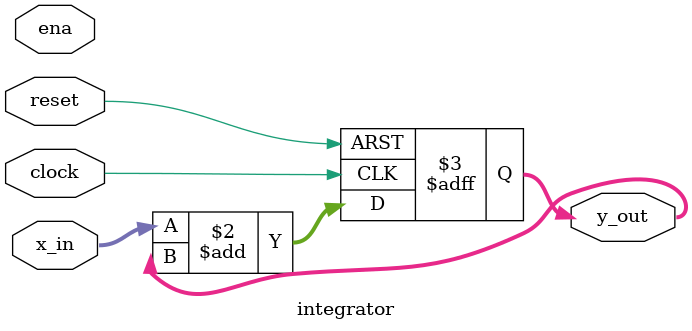
<source format=sv>
module integrator #(parameter WIDTH = 32)(input logic clock, ena, reset, input logic [WIDTH-1:0] x_in, output logic [WIDTH-1:0] y_out);
	logic [WIDTH-1:0] regDelay;
	
	always@(posedge clock, posedge reset)begin
		if(reset)begin
			y_out <= 0;
			regDelay <= 0;
		end
		else begin
			y_out <= x_in + y_out;
		end
	end
endmodule

</source>
